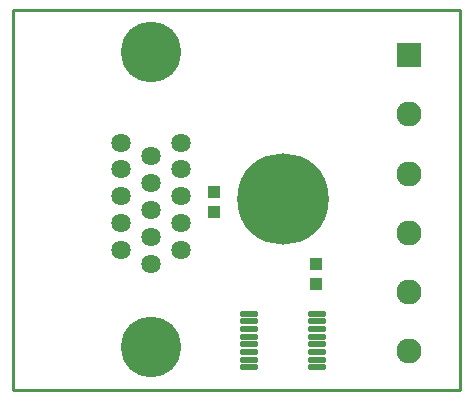
<source format=gts>
G04*
G04 #@! TF.GenerationSoftware,Altium Limited,Altium Designer,20.1.14 (287)*
G04*
G04 Layer_Color=8388736*
%FSLAX25Y25*%
%MOIN*%
G70*
G04*
G04 #@! TF.SameCoordinates,812AF3B6-9DBB-4E22-AB82-19E7777D9F63*
G04*
G04*
G04 #@! TF.FilePolarity,Negative*
G04*
G01*
G75*
%ADD12C,0.01000*%
G04:AMPARAMS|DCode=15|XSize=19.68mil|YSize=62.99mil|CornerRadius=5.91mil|HoleSize=0mil|Usage=FLASHONLY|Rotation=90.000|XOffset=0mil|YOffset=0mil|HoleType=Round|Shape=RoundedRectangle|*
%AMROUNDEDRECTD15*
21,1,0.01968,0.05118,0,0,90.0*
21,1,0.00787,0.06299,0,0,90.0*
1,1,0.01181,0.02559,0.00394*
1,1,0.01181,0.02559,-0.00394*
1,1,0.01181,-0.02559,-0.00394*
1,1,0.01181,-0.02559,0.00394*
%
%ADD15ROUNDEDRECTD15*%
%ADD16R,0.04240X0.04240*%
%ADD17C,0.30500*%
%ADD18C,0.03500*%
%ADD19C,0.06406*%
%ADD20C,0.20185*%
%ADD21R,0.08374X0.08374*%
%ADD22C,0.08374*%
D12*
X323000Y232000D02*
X465000D01*
X323000Y105500D02*
Y232000D01*
Y105500D02*
X472000D01*
Y232000D01*
X465000D02*
X472000D01*
D15*
X424417Y113043D02*
D03*
Y115602D02*
D03*
Y118161D02*
D03*
Y120721D02*
D03*
Y123280D02*
D03*
Y125839D02*
D03*
Y128398D02*
D03*
Y130957D02*
D03*
X401583Y113043D02*
D03*
Y115602D02*
D03*
Y118161D02*
D03*
Y120721D02*
D03*
Y123280D02*
D03*
Y125839D02*
D03*
Y128398D02*
D03*
Y130957D02*
D03*
D16*
X424000Y140654D02*
D03*
Y147346D02*
D03*
X390000Y171346D02*
D03*
Y164654D02*
D03*
D17*
X413000Y169000D02*
D03*
D18*
X422843Y174906D02*
D03*
X418905Y159158D02*
D03*
X403158Y163094D02*
D03*
X418905Y178842D02*
D03*
X422843Y163094D02*
D03*
X407094Y159158D02*
D03*
Y178842D02*
D03*
X401750Y169000D02*
D03*
X413000Y157750D02*
D03*
X424250Y169000D02*
D03*
X413000Y180250D02*
D03*
X403158Y174906D02*
D03*
D19*
X359000Y152051D02*
D03*
Y161028D02*
D03*
Y170004D02*
D03*
Y178980D02*
D03*
Y187957D02*
D03*
X379000D02*
D03*
X369000Y174492D02*
D03*
X379000Y178980D02*
D03*
X369000Y165516D02*
D03*
X379000Y170004D02*
D03*
X369000Y156539D02*
D03*
X379000Y161028D02*
D03*
X369000Y183468D02*
D03*
Y147563D02*
D03*
X379000Y152051D02*
D03*
D20*
X369000Y119807D02*
D03*
Y218193D02*
D03*
D21*
X455000Y217000D02*
D03*
D22*
Y197315D02*
D03*
Y177630D02*
D03*
Y157945D02*
D03*
Y138260D02*
D03*
Y118575D02*
D03*
M02*

</source>
